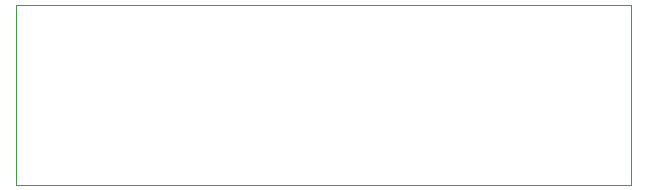
<source format=gbr>
%TF.GenerationSoftware,KiCad,Pcbnew,(5.1.9-0-10_14)*%
%TF.CreationDate,2021-07-31T12:38:44+08:00*%
%TF.ProjectId,Encoder,456e636f-6465-4722-9e6b-696361645f70,rev?*%
%TF.SameCoordinates,Original*%
%TF.FileFunction,Profile,NP*%
%FSLAX46Y46*%
G04 Gerber Fmt 4.6, Leading zero omitted, Abs format (unit mm)*
G04 Created by KiCad (PCBNEW (5.1.9-0-10_14)) date 2021-07-31 12:38:44*
%MOMM*%
%LPD*%
G01*
G04 APERTURE LIST*
%TA.AperFunction,Profile*%
%ADD10C,0.100000*%
%TD*%
G04 APERTURE END LIST*
D10*
X166370000Y-101600000D02*
X166370000Y-116840000D01*
X114300000Y-101600000D02*
X166370000Y-101600000D01*
X114300000Y-116840000D02*
X114300000Y-101600000D01*
X166370000Y-116840000D02*
X114300000Y-116840000D01*
M02*

</source>
